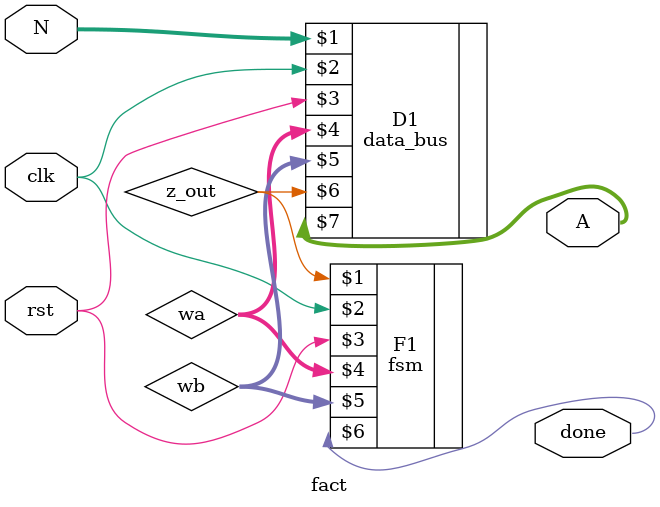
<source format=v>
module fact #(parameter W=32) (
	input clk,    // Clock
	input rst, // Clock Enable
	input [W-1:0]N , // Asynchronous reset active low
	output [2*W -1:0]A, output   done
);

wire [1:0] wb , wa;
wire z_out;
data_bus #(W )  D1(N , clk , rst , wa , wb , z_out , A );
 fsm  F1(z_out,clk,rst, wa,wb, done);
endmodule : fact
</source>
